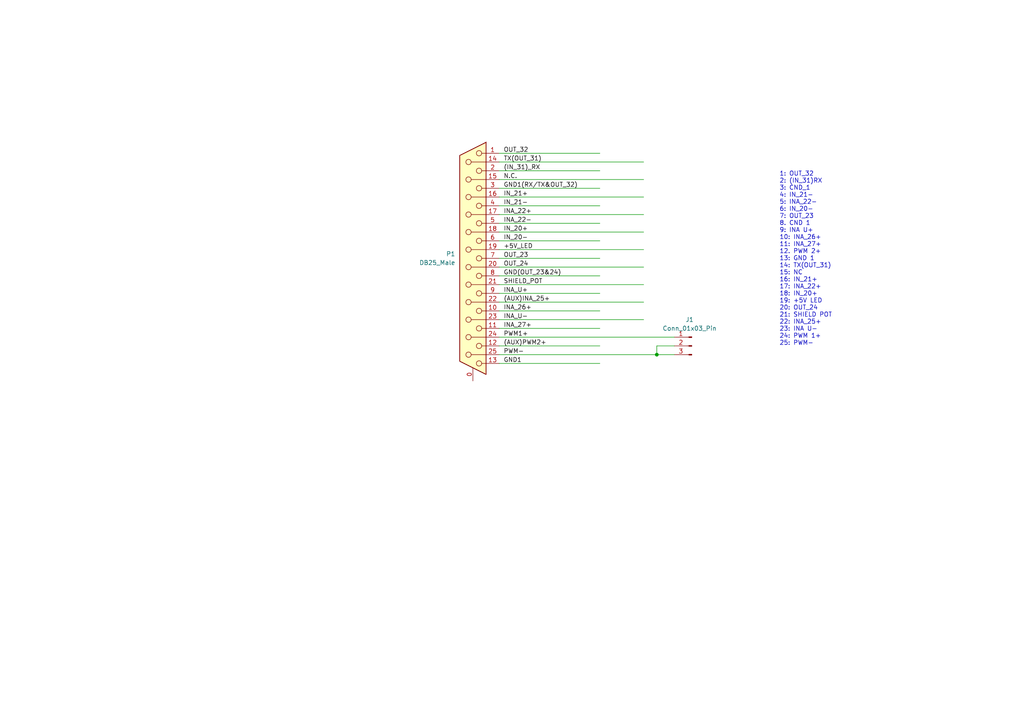
<source format=kicad_sch>
(kicad_sch (version 20230121) (generator eeschema)

  (uuid ce1d2711-1379-49b8-9e57-c2089d1aa167)

  (paper "A4")

  (lib_symbols
    (symbol "Connector:Conn_01x03_Pin" (pin_names (offset 1.016) hide) (in_bom yes) (on_board yes)
      (property "Reference" "J" (at 0 5.08 0)
        (effects (font (size 1.27 1.27)))
      )
      (property "Value" "Conn_01x03_Pin" (at 0 -5.08 0)
        (effects (font (size 1.27 1.27)))
      )
      (property "Footprint" "" (at 0 0 0)
        (effects (font (size 1.27 1.27)) hide)
      )
      (property "Datasheet" "~" (at 0 0 0)
        (effects (font (size 1.27 1.27)) hide)
      )
      (property "ki_locked" "" (at 0 0 0)
        (effects (font (size 1.27 1.27)))
      )
      (property "ki_keywords" "connector" (at 0 0 0)
        (effects (font (size 1.27 1.27)) hide)
      )
      (property "ki_description" "Generic connector, single row, 01x03, script generated" (at 0 0 0)
        (effects (font (size 1.27 1.27)) hide)
      )
      (property "ki_fp_filters" "Connector*:*_1x??_*" (at 0 0 0)
        (effects (font (size 1.27 1.27)) hide)
      )
      (symbol "Conn_01x03_Pin_1_1"
        (polyline
          (pts
            (xy 1.27 -2.54)
            (xy 0.8636 -2.54)
          )
          (stroke (width 0.1524) (type default))
          (fill (type none))
        )
        (polyline
          (pts
            (xy 1.27 0)
            (xy 0.8636 0)
          )
          (stroke (width 0.1524) (type default))
          (fill (type none))
        )
        (polyline
          (pts
            (xy 1.27 2.54)
            (xy 0.8636 2.54)
          )
          (stroke (width 0.1524) (type default))
          (fill (type none))
        )
        (rectangle (start 0.8636 -2.413) (end 0 -2.667)
          (stroke (width 0.1524) (type default))
          (fill (type outline))
        )
        (rectangle (start 0.8636 0.127) (end 0 -0.127)
          (stroke (width 0.1524) (type default))
          (fill (type outline))
        )
        (rectangle (start 0.8636 2.667) (end 0 2.413)
          (stroke (width 0.1524) (type default))
          (fill (type outline))
        )
        (pin passive line (at 5.08 2.54 180) (length 3.81)
          (name "Pin_1" (effects (font (size 1.27 1.27))))
          (number "1" (effects (font (size 1.27 1.27))))
        )
        (pin passive line (at 5.08 0 180) (length 3.81)
          (name "Pin_2" (effects (font (size 1.27 1.27))))
          (number "2" (effects (font (size 1.27 1.27))))
        )
        (pin passive line (at 5.08 -2.54 180) (length 3.81)
          (name "Pin_3" (effects (font (size 1.27 1.27))))
          (number "3" (effects (font (size 1.27 1.27))))
        )
      )
    )
    (symbol "Connector:DB25_Receptacle_MountingHoles" (pin_names (offset 1.016) hide) (in_bom yes) (on_board yes)
      (property "Reference" "J" (at 0 36.83 0)
        (effects (font (size 1.27 1.27)))
      )
      (property "Value" "DB25_Receptacle_MountingHoles" (at 0 34.925 0)
        (effects (font (size 1.27 1.27)))
      )
      (property "Footprint" "" (at 0 0 0)
        (effects (font (size 1.27 1.27)) hide)
      )
      (property "Datasheet" " ~" (at 0 0 0)
        (effects (font (size 1.27 1.27)) hide)
      )
      (property "ki_keywords" "female receptacle D-SUB connector" (at 0 0 0)
        (effects (font (size 1.27 1.27)) hide)
      )
      (property "ki_description" "25-pin female receptacle socket D-SUB connector, Mounting Hole" (at 0 0 0)
        (effects (font (size 1.27 1.27)) hide)
      )
      (property "ki_fp_filters" "DSUB*Female*" (at 0 0 0)
        (effects (font (size 1.27 1.27)) hide)
      )
      (symbol "DB25_Receptacle_MountingHoles_0_1"
        (circle (center -1.778 -30.48) (radius 0.762)
          (stroke (width 0) (type default))
          (fill (type none))
        )
        (circle (center -1.778 -25.4) (radius 0.762)
          (stroke (width 0) (type default))
          (fill (type none))
        )
        (circle (center -1.778 -20.32) (radius 0.762)
          (stroke (width 0) (type default))
          (fill (type none))
        )
        (circle (center -1.778 -15.24) (radius 0.762)
          (stroke (width 0) (type default))
          (fill (type none))
        )
        (circle (center -1.778 -10.16) (radius 0.762)
          (stroke (width 0) (type default))
          (fill (type none))
        )
        (circle (center -1.778 -5.08) (radius 0.762)
          (stroke (width 0) (type default))
          (fill (type none))
        )
        (circle (center -1.778 0) (radius 0.762)
          (stroke (width 0) (type default))
          (fill (type none))
        )
        (circle (center -1.778 5.08) (radius 0.762)
          (stroke (width 0) (type default))
          (fill (type none))
        )
        (circle (center -1.778 10.16) (radius 0.762)
          (stroke (width 0) (type default))
          (fill (type none))
        )
        (circle (center -1.778 15.24) (radius 0.762)
          (stroke (width 0) (type default))
          (fill (type none))
        )
        (circle (center -1.778 20.32) (radius 0.762)
          (stroke (width 0) (type default))
          (fill (type none))
        )
        (circle (center -1.778 25.4) (radius 0.762)
          (stroke (width 0) (type default))
          (fill (type none))
        )
        (circle (center -1.778 30.48) (radius 0.762)
          (stroke (width 0) (type default))
          (fill (type none))
        )
        (polyline
          (pts
            (xy -3.81 -30.48)
            (xy -2.54 -30.48)
          )
          (stroke (width 0) (type default))
          (fill (type none))
        )
        (polyline
          (pts
            (xy -3.81 -27.94)
            (xy 0.508 -27.94)
          )
          (stroke (width 0) (type default))
          (fill (type none))
        )
        (polyline
          (pts
            (xy -3.81 -25.4)
            (xy -2.54 -25.4)
          )
          (stroke (width 0) (type default))
          (fill (type none))
        )
        (polyline
          (pts
            (xy -3.81 -22.86)
            (xy 0.508 -22.86)
          )
          (stroke (width 0) (type default))
          (fill (type none))
        )
        (polyline
          (pts
            (xy -3.81 -20.32)
            (xy -2.54 -20.32)
          )
          (stroke (width 0) (type default))
          (fill (type none))
        )
        (polyline
          (pts
            (xy -3.81 -17.78)
            (xy 0.508 -17.78)
          )
          (stroke (width 0) (type default))
          (fill (type none))
        )
        (polyline
          (pts
            (xy -3.81 -15.24)
            (xy -2.54 -15.24)
          )
          (stroke (width 0) (type default))
          (fill (type none))
        )
        (polyline
          (pts
            (xy -3.81 -12.7)
            (xy 0.508 -12.7)
          )
          (stroke (width 0) (type default))
          (fill (type none))
        )
        (polyline
          (pts
            (xy -3.81 -10.16)
            (xy -2.54 -10.16)
          )
          (stroke (width 0) (type default))
          (fill (type none))
        )
        (polyline
          (pts
            (xy -3.81 -7.62)
            (xy 0.508 -7.62)
          )
          (stroke (width 0) (type default))
          (fill (type none))
        )
        (polyline
          (pts
            (xy -3.81 -5.08)
            (xy -2.54 -5.08)
          )
          (stroke (width 0) (type default))
          (fill (type none))
        )
        (polyline
          (pts
            (xy -3.81 -2.54)
            (xy 0.508 -2.54)
          )
          (stroke (width 0) (type default))
          (fill (type none))
        )
        (polyline
          (pts
            (xy -3.81 0)
            (xy -2.54 0)
          )
          (stroke (width 0) (type default))
          (fill (type none))
        )
        (polyline
          (pts
            (xy -3.81 2.54)
            (xy 0.508 2.54)
          )
          (stroke (width 0) (type default))
          (fill (type none))
        )
        (polyline
          (pts
            (xy -3.81 5.08)
            (xy -2.54 5.08)
          )
          (stroke (width 0) (type default))
          (fill (type none))
        )
        (polyline
          (pts
            (xy -3.81 7.62)
            (xy 0.508 7.62)
          )
          (stroke (width 0) (type default))
          (fill (type none))
        )
        (polyline
          (pts
            (xy -3.81 10.16)
            (xy -2.54 10.16)
          )
          (stroke (width 0) (type default))
          (fill (type none))
        )
        (polyline
          (pts
            (xy -3.81 12.7)
            (xy 0.508 12.7)
          )
          (stroke (width 0) (type default))
          (fill (type none))
        )
        (polyline
          (pts
            (xy -3.81 15.24)
            (xy -2.54 15.24)
          )
          (stroke (width 0) (type default))
          (fill (type none))
        )
        (polyline
          (pts
            (xy -3.81 17.78)
            (xy 0.508 17.78)
          )
          (stroke (width 0) (type default))
          (fill (type none))
        )
        (polyline
          (pts
            (xy -3.81 20.32)
            (xy -2.54 20.32)
          )
          (stroke (width 0) (type default))
          (fill (type none))
        )
        (polyline
          (pts
            (xy -3.81 22.86)
            (xy 0.508 22.86)
          )
          (stroke (width 0) (type default))
          (fill (type none))
        )
        (polyline
          (pts
            (xy -3.81 25.4)
            (xy -2.54 25.4)
          )
          (stroke (width 0) (type default))
          (fill (type none))
        )
        (polyline
          (pts
            (xy -3.81 27.94)
            (xy 0.508 27.94)
          )
          (stroke (width 0) (type default))
          (fill (type none))
        )
        (polyline
          (pts
            (xy -3.81 30.48)
            (xy -2.54 30.48)
          )
          (stroke (width 0) (type default))
          (fill (type none))
        )
        (polyline
          (pts
            (xy -3.81 33.655)
            (xy 3.81 29.845)
            (xy 3.81 -29.845)
            (xy -3.81 -33.655)
            (xy -3.81 33.655)
          )
          (stroke (width 0.254) (type default))
          (fill (type background))
        )
        (circle (center 1.27 -27.94) (radius 0.762)
          (stroke (width 0) (type default))
          (fill (type none))
        )
        (circle (center 1.27 -22.86) (radius 0.762)
          (stroke (width 0) (type default))
          (fill (type none))
        )
        (circle (center 1.27 -17.78) (radius 0.762)
          (stroke (width 0) (type default))
          (fill (type none))
        )
        (circle (center 1.27 -12.7) (radius 0.762)
          (stroke (width 0) (type default))
          (fill (type none))
        )
        (circle (center 1.27 -7.62) (radius 0.762)
          (stroke (width 0) (type default))
          (fill (type none))
        )
        (circle (center 1.27 -2.54) (radius 0.762)
          (stroke (width 0) (type default))
          (fill (type none))
        )
        (circle (center 1.27 2.54) (radius 0.762)
          (stroke (width 0) (type default))
          (fill (type none))
        )
        (circle (center 1.27 7.62) (radius 0.762)
          (stroke (width 0) (type default))
          (fill (type none))
        )
        (circle (center 1.27 12.7) (radius 0.762)
          (stroke (width 0) (type default))
          (fill (type none))
        )
        (circle (center 1.27 17.78) (radius 0.762)
          (stroke (width 0) (type default))
          (fill (type none))
        )
        (circle (center 1.27 22.86) (radius 0.762)
          (stroke (width 0) (type default))
          (fill (type none))
        )
        (circle (center 1.27 27.94) (radius 0.762)
          (stroke (width 0) (type default))
          (fill (type none))
        )
      )
      (symbol "DB25_Receptacle_MountingHoles_1_1"
        (pin passive line (at 0 -35.56 90) (length 3.81)
          (name "PAD" (effects (font (size 1.27 1.27))))
          (number "0" (effects (font (size 1.27 1.27))))
        )
        (pin passive line (at -7.62 30.48 0) (length 3.81)
          (name "1" (effects (font (size 1.27 1.27))))
          (number "1" (effects (font (size 1.27 1.27))))
        )
        (pin passive line (at -7.62 -15.24 0) (length 3.81)
          (name "10" (effects (font (size 1.27 1.27))))
          (number "10" (effects (font (size 1.27 1.27))))
        )
        (pin passive line (at -7.62 -20.32 0) (length 3.81)
          (name "11" (effects (font (size 1.27 1.27))))
          (number "11" (effects (font (size 1.27 1.27))))
        )
        (pin passive line (at -7.62 -25.4 0) (length 3.81)
          (name "12" (effects (font (size 1.27 1.27))))
          (number "12" (effects (font (size 1.27 1.27))))
        )
        (pin passive line (at -7.62 -30.48 0) (length 3.81)
          (name "13" (effects (font (size 1.27 1.27))))
          (number "13" (effects (font (size 1.27 1.27))))
        )
        (pin passive line (at -7.62 27.94 0) (length 3.81)
          (name "P14" (effects (font (size 1.27 1.27))))
          (number "14" (effects (font (size 1.27 1.27))))
        )
        (pin passive line (at -7.62 22.86 0) (length 3.81)
          (name "P15" (effects (font (size 1.27 1.27))))
          (number "15" (effects (font (size 1.27 1.27))))
        )
        (pin passive line (at -7.62 17.78 0) (length 3.81)
          (name "P16" (effects (font (size 1.27 1.27))))
          (number "16" (effects (font (size 1.27 1.27))))
        )
        (pin passive line (at -7.62 12.7 0) (length 3.81)
          (name "P17" (effects (font (size 1.27 1.27))))
          (number "17" (effects (font (size 1.27 1.27))))
        )
        (pin passive line (at -7.62 7.62 0) (length 3.81)
          (name "P18" (effects (font (size 1.27 1.27))))
          (number "18" (effects (font (size 1.27 1.27))))
        )
        (pin passive line (at -7.62 2.54 0) (length 3.81)
          (name "P19" (effects (font (size 1.27 1.27))))
          (number "19" (effects (font (size 1.27 1.27))))
        )
        (pin passive line (at -7.62 25.4 0) (length 3.81)
          (name "2" (effects (font (size 1.27 1.27))))
          (number "2" (effects (font (size 1.27 1.27))))
        )
        (pin passive line (at -7.62 -2.54 0) (length 3.81)
          (name "P20" (effects (font (size 1.27 1.27))))
          (number "20" (effects (font (size 1.27 1.27))))
        )
        (pin passive line (at -7.62 -7.62 0) (length 3.81)
          (name "P21" (effects (font (size 1.27 1.27))))
          (number "21" (effects (font (size 1.27 1.27))))
        )
        (pin passive line (at -7.62 -12.7 0) (length 3.81)
          (name "P22" (effects (font (size 1.27 1.27))))
          (number "22" (effects (font (size 1.27 1.27))))
        )
        (pin passive line (at -7.62 -17.78 0) (length 3.81)
          (name "P23" (effects (font (size 1.27 1.27))))
          (number "23" (effects (font (size 1.27 1.27))))
        )
        (pin passive line (at -7.62 -22.86 0) (length 3.81)
          (name "P24" (effects (font (size 1.27 1.27))))
          (number "24" (effects (font (size 1.27 1.27))))
        )
        (pin passive line (at -7.62 -27.94 0) (length 3.81)
          (name "P25" (effects (font (size 1.27 1.27))))
          (number "25" (effects (font (size 1.27 1.27))))
        )
        (pin passive line (at -7.62 20.32 0) (length 3.81)
          (name "3" (effects (font (size 1.27 1.27))))
          (number "3" (effects (font (size 1.27 1.27))))
        )
        (pin passive line (at -7.62 15.24 0) (length 3.81)
          (name "4" (effects (font (size 1.27 1.27))))
          (number "4" (effects (font (size 1.27 1.27))))
        )
        (pin passive line (at -7.62 10.16 0) (length 3.81)
          (name "5" (effects (font (size 1.27 1.27))))
          (number "5" (effects (font (size 1.27 1.27))))
        )
        (pin passive line (at -7.62 5.08 0) (length 3.81)
          (name "6" (effects (font (size 1.27 1.27))))
          (number "6" (effects (font (size 1.27 1.27))))
        )
        (pin passive line (at -7.62 0 0) (length 3.81)
          (name "7" (effects (font (size 1.27 1.27))))
          (number "7" (effects (font (size 1.27 1.27))))
        )
        (pin passive line (at -7.62 -5.08 0) (length 3.81)
          (name "8" (effects (font (size 1.27 1.27))))
          (number "8" (effects (font (size 1.27 1.27))))
        )
        (pin passive line (at -7.62 -10.16 0) (length 3.81)
          (name "9" (effects (font (size 1.27 1.27))))
          (number "9" (effects (font (size 1.27 1.27))))
        )
      )
    )
  )

  (junction (at 190.5 102.87) (diameter 0) (color 0 0 0 0)
    (uuid d1037276-fa31-41aa-9710-c7259cf8459c)
  )

  (wire (pts (xy 195.58 100.33) (xy 190.5 100.33))
    (stroke (width 0) (type default))
    (uuid 10ea10d0-90f9-4761-afae-8a793179c805)
  )
  (wire (pts (xy 190.5 102.87) (xy 195.58 102.87))
    (stroke (width 0) (type default))
    (uuid 17a744fa-4876-44bc-ad56-9af310a2fa8e)
  )
  (wire (pts (xy 173.99 74.93) (xy 144.78 74.93))
    (stroke (width 0) (type default))
    (uuid 1cc95226-a05d-48e6-a3af-895b01e9c823)
  )
  (wire (pts (xy 144.78 62.23) (xy 186.69 62.23))
    (stroke (width 0) (type default))
    (uuid 23fb3634-6a2e-4915-b2d6-89a68cc4b9a6)
  )
  (wire (pts (xy 186.69 72.39) (xy 144.78 72.39))
    (stroke (width 0) (type default))
    (uuid 2c579d02-579c-49a1-84cd-cc002e3d6a6d)
  )
  (wire (pts (xy 186.69 52.07) (xy 144.78 52.07))
    (stroke (width 0) (type default))
    (uuid 30291867-3b73-4842-a280-9d934f690ac7)
  )
  (wire (pts (xy 186.69 87.63) (xy 144.78 87.63))
    (stroke (width 0) (type default))
    (uuid 3123ac65-d3c8-4519-8cf8-a220541176bb)
  )
  (wire (pts (xy 186.69 57.15) (xy 144.78 57.15))
    (stroke (width 0) (type default))
    (uuid 33f8ee70-5f48-4706-9b54-c730a7968d12)
  )
  (wire (pts (xy 186.69 77.47) (xy 144.78 77.47))
    (stroke (width 0) (type default))
    (uuid 39fa9563-8ef2-48ff-8c27-2f32a49faa1c)
  )
  (wire (pts (xy 173.99 49.53) (xy 144.78 49.53))
    (stroke (width 0) (type default))
    (uuid 3f46d323-2a33-4052-bcef-90f6eb295fe3)
  )
  (wire (pts (xy 173.99 85.09) (xy 144.78 85.09))
    (stroke (width 0) (type default))
    (uuid 43880a93-a4c2-403a-85b1-c43e3dd1a12a)
  )
  (wire (pts (xy 173.99 90.17) (xy 144.78 90.17))
    (stroke (width 0) (type default))
    (uuid 54ade545-9235-4eeb-9bbc-aa7fc3433cc8)
  )
  (wire (pts (xy 186.69 92.71) (xy 144.78 92.71))
    (stroke (width 0) (type default))
    (uuid 558c88eb-8dbe-4ffa-ad89-27a8b3f4ddd4)
  )
  (wire (pts (xy 144.78 97.79) (xy 195.58 97.79))
    (stroke (width 0) (type default))
    (uuid 5fa832c0-7332-436d-bc3c-6291240b8d0b)
  )
  (wire (pts (xy 173.99 100.33) (xy 144.78 100.33))
    (stroke (width 0) (type default))
    (uuid 604a2e76-3d47-43d2-8607-45a2401fdc96)
  )
  (wire (pts (xy 173.99 59.69) (xy 144.78 59.69))
    (stroke (width 0) (type default))
    (uuid 63cf31a6-6a5f-4636-92be-22e564f9ba08)
  )
  (wire (pts (xy 173.99 44.45) (xy 144.78 44.45))
    (stroke (width 0) (type default))
    (uuid 74e5cc51-c88a-4502-9414-3674ec6223b1)
  )
  (wire (pts (xy 173.99 80.01) (xy 144.78 80.01))
    (stroke (width 0) (type default))
    (uuid 8da0872d-9992-4c22-b476-27bde9415ef3)
  )
  (wire (pts (xy 186.69 82.55) (xy 144.78 82.55))
    (stroke (width 0) (type default))
    (uuid 996156c4-25ab-4ef0-8378-4cefa691eed2)
  )
  (wire (pts (xy 186.69 46.99) (xy 144.78 46.99))
    (stroke (width 0) (type default))
    (uuid 9e33da6f-0dd2-4905-87e3-812d2ce63e32)
  )
  (wire (pts (xy 173.99 95.25) (xy 144.78 95.25))
    (stroke (width 0) (type default))
    (uuid af860d88-032f-423a-ab1f-af56ea1c2328)
  )
  (wire (pts (xy 190.5 100.33) (xy 190.5 102.87))
    (stroke (width 0) (type default))
    (uuid c529aedf-8039-41df-ac52-742809259574)
  )
  (wire (pts (xy 144.78 102.87) (xy 190.5 102.87))
    (stroke (width 0) (type default))
    (uuid d47dedd4-0a55-40b2-ad62-3ed2f80e9eb5)
  )
  (wire (pts (xy 173.99 69.85) (xy 144.78 69.85))
    (stroke (width 0) (type default))
    (uuid d4cb84c3-955b-4750-9ba2-0b5ede4b0357)
  )
  (wire (pts (xy 173.99 54.61) (xy 144.78 54.61))
    (stroke (width 0) (type default))
    (uuid d6113dee-9374-43d2-9438-5c826063366d)
  )
  (wire (pts (xy 144.78 64.77) (xy 173.99 64.77))
    (stroke (width 0) (type default))
    (uuid f22dbaba-1900-4946-9558-62e80788d3a0)
  )
  (wire (pts (xy 186.69 67.31) (xy 144.78 67.31))
    (stroke (width 0) (type default))
    (uuid f6e2d54b-f7fc-43b1-94e7-28f48d51d130)
  )
  (wire (pts (xy 173.99 105.41) (xy 144.78 105.41))
    (stroke (width 0) (type default))
    (uuid fcfc4330-72d7-4856-88b5-f9375807cf23)
  )

  (text "1: OUT_32\n2: (IN_31)RX\n3: CND_1\n4: IN_21-\n5: INA_22-\n6: IN_20-\n7: OUT_23\n8. CND 1\n9: INA U+\n10: INA_26+\n11: INA_27+\n12. PWM 2+\n13: GND 1\n14: TX(OUT_31)\n15: NC\n16: IN_21+\n17: INA_22+\n18: IN_20+\n19: +5V LED\n20: OUT_24\n21: SHIELD POT\n22: INA_25+\n23: INA U-\n24: PWM 1+\n25: PWM-"
    (at 226.06 100.33 0)
    (effects (font (size 1.27 1.27)) (justify left bottom))
    (uuid dc1842e2-4816-4f99-a416-1b353b69968a)
  )

  (label "INA_22-" (at 146.05 64.77 0) (fields_autoplaced)
    (effects (font (size 1.27 1.27)) (justify left bottom))
    (uuid 04b2baea-9409-4519-a503-b1eac6335c81)
  )
  (label "GND(OUT_23&24)" (at 146.05 80.01 0) (fields_autoplaced)
    (effects (font (size 1.27 1.27)) (justify left bottom))
    (uuid 06cb17eb-3d02-40d4-bd61-14d589f46e50)
  )
  (label "IN_21+" (at 146.05 57.15 0) (fields_autoplaced)
    (effects (font (size 1.27 1.27)) (justify left bottom))
    (uuid 127baf83-fa14-44ea-83c9-17b359c18c8a)
  )
  (label "OUT_23" (at 146.05 74.93 0) (fields_autoplaced)
    (effects (font (size 1.27 1.27)) (justify left bottom))
    (uuid 1c38a009-60a8-4cb4-97b9-8812bacc84d1)
  )
  (label "OUT_24" (at 146.05 77.47 0) (fields_autoplaced)
    (effects (font (size 1.27 1.27)) (justify left bottom))
    (uuid 284f85ee-9838-49f5-874d-a93d5c45e2a0)
  )
  (label "IN_21-" (at 146.05 59.69 0) (fields_autoplaced)
    (effects (font (size 1.27 1.27)) (justify left bottom))
    (uuid 3808b4a9-6c2d-4c1b-af4a-a822c29f077a)
  )
  (label "(IN_31)_RX" (at 146.05 49.53 0) (fields_autoplaced)
    (effects (font (size 1.27 1.27)) (justify left bottom))
    (uuid 42ea57b4-6c6e-4d23-be91-9c0f0ce7bafb)
  )
  (label "(AUX)INA_25+" (at 146.05 87.63 0) (fields_autoplaced)
    (effects (font (size 1.27 1.27)) (justify left bottom))
    (uuid 4ab56362-d6d3-4dd1-90ed-52a70ca44df8)
  )
  (label "INA_22+" (at 146.05 62.23 0) (fields_autoplaced)
    (effects (font (size 1.27 1.27)) (justify left bottom))
    (uuid 5487c070-8e95-4d83-a8d7-3453348ea9e0)
  )
  (label "INA_U+" (at 146.05 85.09 0) (fields_autoplaced)
    (effects (font (size 1.27 1.27)) (justify left bottom))
    (uuid 750bfa0a-c76d-46a2-8a49-8779c7f45195)
  )
  (label "PWM-" (at 146.05 102.87 0) (fields_autoplaced)
    (effects (font (size 1.27 1.27)) (justify left bottom))
    (uuid 79bf0842-2383-452d-9970-8c7907e16aa2)
  )
  (label "PWM1+" (at 146.05 97.79 0) (fields_autoplaced)
    (effects (font (size 1.27 1.27)) (justify left bottom))
    (uuid 9b7f4814-9b32-4adf-87f5-7764580fce42)
  )
  (label "TX(OUT_31)" (at 146.05 46.99 0) (fields_autoplaced)
    (effects (font (size 1.27 1.27)) (justify left bottom))
    (uuid b9cfabd8-5bd3-403a-9602-8c6d5f6e128c)
  )
  (label "SHIELD_POT" (at 146.05 82.55 0) (fields_autoplaced)
    (effects (font (size 1.27 1.27)) (justify left bottom))
    (uuid bb8d5572-48da-4b0a-bf2f-87bf1f57e399)
  )
  (label "OUT_32" (at 146.05 44.45 0) (fields_autoplaced)
    (effects (font (size 1.27 1.27)) (justify left bottom))
    (uuid c3b50304-f279-45a1-9212-30f2270ee485)
  )
  (label "(AUX)PWM2+" (at 146.05 100.33 0) (fields_autoplaced)
    (effects (font (size 1.27 1.27)) (justify left bottom))
    (uuid d1dd6ef8-9a4d-4c28-bc4a-ce18ae17e34a)
  )
  (label "IN_20+" (at 146.05 67.31 0) (fields_autoplaced)
    (effects (font (size 1.27 1.27)) (justify left bottom))
    (uuid d7b5e8e7-1e4e-4a44-97ab-e5d521f67219)
  )
  (label "N.C." (at 146.05 52.07 0) (fields_autoplaced)
    (effects (font (size 1.27 1.27)) (justify left bottom))
    (uuid dd7b8931-6c15-460e-8639-700365908d79)
  )
  (label "IN_20-" (at 146.05 69.85 0) (fields_autoplaced)
    (effects (font (size 1.27 1.27)) (justify left bottom))
    (uuid e14e37d7-711f-4adb-83e7-f850da2d8b77)
  )
  (label "INA_U-" (at 146.05 92.71 0) (fields_autoplaced)
    (effects (font (size 1.27 1.27)) (justify left bottom))
    (uuid e43ae073-dd64-408c-ace2-f94ca638f7f6)
  )
  (label "INA_27+" (at 146.05 95.25 0) (fields_autoplaced)
    (effects (font (size 1.27 1.27)) (justify left bottom))
    (uuid e562d02d-d690-4462-bdee-42999ab551d9)
  )
  (label "GND1(RX{slash}TX&OUT_32)" (at 146.05 54.61 0) (fields_autoplaced)
    (effects (font (size 1.27 1.27)) (justify left bottom))
    (uuid f404a099-a22b-477f-843b-b754a551963f)
  )
  (label "GND1" (at 146.05 105.41 0) (fields_autoplaced)
    (effects (font (size 1.27 1.27)) (justify left bottom))
    (uuid f65d9762-36e0-4177-a89f-cfcf1c1af55a)
  )
  (label "+5V_LED" (at 146.05 72.39 0) (fields_autoplaced)
    (effects (font (size 1.27 1.27)) (justify left bottom))
    (uuid f97f33fc-2b7b-4c68-9387-a50be4dd6b97)
  )
  (label "INA_26+" (at 146.05 90.17 0) (fields_autoplaced)
    (effects (font (size 1.27 1.27)) (justify left bottom))
    (uuid fa3c12fd-b283-4b1f-84de-054857075032)
  )

  (symbol (lib_id "Connector:DB25_Receptacle_MountingHoles") (at 137.16 74.93 0) (mirror y) (unit 1)
    (in_bom yes) (on_board yes) (dnp no)
    (uuid c929d9b7-2844-43b9-a004-f87932aca9aa)
    (property "Reference" "P1" (at 132.08 73.66 0)
      (effects (font (size 1.27 1.27)) (justify left))
    )
    (property "Value" "DB25_Male" (at 132.08 76.2 0)
      (effects (font (size 1.27 1.27)) (justify left))
    )
    (property "Footprint" "Connector_Dsub:DSUB-25_Male_EdgeMount_P2.77mm_1" (at 137.16 74.93 0)
      (effects (font (size 1.27 1.27)) hide)
    )
    (property "Datasheet" "https://cdn.amphenol-cs.com/media/wysiwyg/files/documentation/datasheet/inputoutput/io_dsub_brochure.pdf" (at 137.16 74.93 0)
      (effects (font (size 1.27 1.27)) hide)
    )
    (property "MPN" "DB25P064HTXLF" (at 137.16 74.93 0)
      (effects (font (size 1.27 1.27)) hide)
    )
    (property "Link" "https://www.digikey.jp/en/products/detail/amphenol-cs-fci/DB25P064HTXLF/1539659" (at 137.16 74.93 0)
      (effects (font (size 1.27 1.27)) hide)
    )
    (property "Description" "CONN D-SUB PLUG 25POS SLDR CUP" (at 137.16 74.93 0)
      (effects (font (size 1.27 1.27)) hide)
    )
    (pin "8" (uuid adbd4921-94c5-44bd-bf8b-2b794b1d7fe7))
    (pin "18" (uuid d70a9942-ffd3-4c9e-9b76-252ccb5f825e))
    (pin "22" (uuid 4eb1834b-a216-4aa8-90f3-9539e4e274fa))
    (pin "2" (uuid 4a59181d-170e-4a5b-9050-9892c8dfc909))
    (pin "23" (uuid 2efd2eda-4c8c-4377-9b3f-0bafe447d5c3))
    (pin "6" (uuid fa82c019-99ec-4251-bc4d-b5f163e2e9f3))
    (pin "16" (uuid 759fa3ba-03bc-4022-b0d7-08dd7696eca9))
    (pin "17" (uuid 064aaaaf-c663-44eb-8fb8-3ad00dbd926b))
    (pin "11" (uuid 2e40e206-4e68-4960-ac5a-66d9ec89ac3b))
    (pin "0" (uuid 70f0bc9d-3af5-4579-91d4-f9d286a4f2d2))
    (pin "1" (uuid 87584512-2cc2-41d1-bf0d-1c1391220df3))
    (pin "4" (uuid 3f35da80-3e31-481e-b4ad-c93ace7876c3))
    (pin "24" (uuid cd1d2f9a-5422-4830-a3a3-358eb481643d))
    (pin "13" (uuid 7670e114-b45d-46ad-b808-216a816cf18d))
    (pin "12" (uuid 49683c32-81ff-484b-8349-4604cb9ebb53))
    (pin "15" (uuid 43406ffb-7cef-4643-9eeb-2f220c5ef233))
    (pin "5" (uuid 88223bfa-0066-49da-93ea-fa5fcc247c9c))
    (pin "21" (uuid 2ced4ec6-97e6-4634-a95b-974d7d5f9637))
    (pin "20" (uuid 1f5e02f6-1cfa-429a-bbd4-33cb82ea2daf))
    (pin "19" (uuid ecb0189e-d585-4e4a-b2a3-682815e53050))
    (pin "14" (uuid 00d565ca-cf9c-4ccd-810b-674c6cb84eb5))
    (pin "3" (uuid 58c0515f-aed7-4bfb-9133-7eef88253b91))
    (pin "7" (uuid a9faccac-06bf-4ed0-a378-1dadc0713936))
    (pin "9" (uuid 17c834da-e5ae-48ba-b51f-e637aa3aa047))
    (pin "10" (uuid 2d6e3303-bf2c-4e67-bb91-d5ce84f43d0f))
    (pin "25" (uuid c92e4080-21de-4765-97d3-997307aa27a9))
    (instances
      (project "P1_DSUB25_Male_V1"
        (path "/ce1d2711-1379-49b8-9e57-c2089d1aa167"
          (reference "P1") (unit 1)
        )
      )
    )
  )

  (symbol (lib_id "Connector:Conn_01x03_Pin") (at 200.66 100.33 0) (mirror y) (unit 1)
    (in_bom yes) (on_board yes) (dnp no)
    (uuid f1d24883-2fce-4e7f-b802-4118026ff764)
    (property "Reference" "J1" (at 200.025 92.71 0)
      (effects (font (size 1.27 1.27)))
    )
    (property "Value" "Conn_01x03_Pin" (at 200.025 95.25 0)
      (effects (font (size 1.27 1.27)))
    )
    (property "Footprint" "Connector_JST:JST_VH_B3PS-VH_1x03_P3.96mm_Horizontal" (at 200.66 100.33 0)
      (effects (font (size 1.27 1.27)) hide)
    )
    (property "Datasheet" "~" (at 200.66 100.33 0)
      (effects (font (size 1.27 1.27)) hide)
    )
    (pin "2" (uuid b5923092-c38c-432a-8438-ce98fb343be2))
    (pin "1" (uuid eb01bad3-f3f0-436e-babe-5af319a22086))
    (pin "3" (uuid 09fb9d77-ea13-4174-9002-dc83e6db0f58))
    (instances
      (project "P1_DSUB25_Male_V1"
        (path "/ce1d2711-1379-49b8-9e57-c2089d1aa167"
          (reference "J1") (unit 1)
        )
      )
    )
  )

  (sheet_instances
    (path "/" (page "1"))
  )
)

</source>
